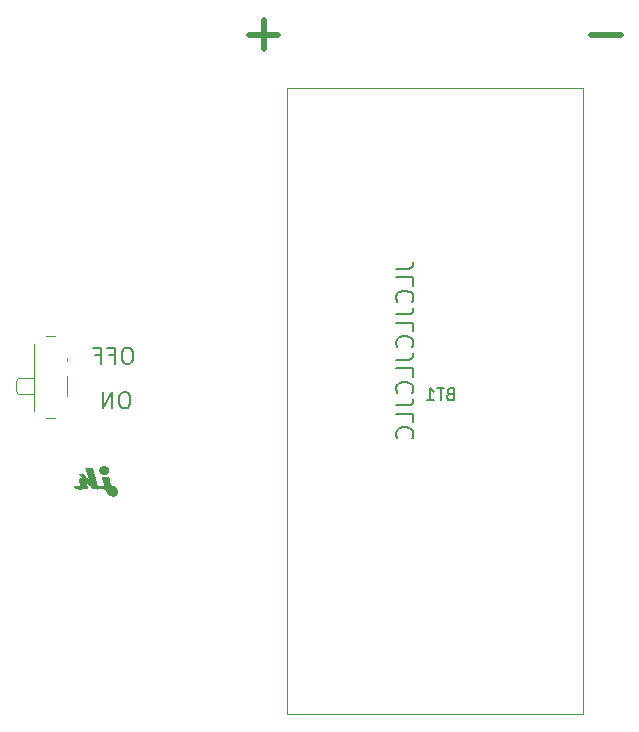
<source format=gbr>
%TF.GenerationSoftware,KiCad,Pcbnew,(5.1.10)-1*%
%TF.CreationDate,2021-10-17T16:42:44+02:00*%
%TF.ProjectId,TVZ_kuglica,54565a5f-6b75-4676-9c69-63612e6b6963,rev?*%
%TF.SameCoordinates,Original*%
%TF.FileFunction,Legend,Bot*%
%TF.FilePolarity,Positive*%
%FSLAX46Y46*%
G04 Gerber Fmt 4.6, Leading zero omitted, Abs format (unit mm)*
G04 Created by KiCad (PCBNEW (5.1.10)-1) date 2021-10-17 16:42:44*
%MOMM*%
%LPD*%
G01*
G04 APERTURE LIST*
%ADD10C,0.200000*%
%ADD11C,0.010000*%
%ADD12C,0.120000*%
%ADD13C,0.500000*%
%ADD14C,0.150000*%
G04 APERTURE END LIST*
D10*
X110616666Y-100983333D02*
X110350000Y-100983333D01*
X110216666Y-101050000D01*
X110083333Y-101183333D01*
X110016666Y-101450000D01*
X110016666Y-101916666D01*
X110083333Y-102183333D01*
X110216666Y-102316666D01*
X110350000Y-102383333D01*
X110616666Y-102383333D01*
X110750000Y-102316666D01*
X110883333Y-102183333D01*
X110950000Y-101916666D01*
X110950000Y-101450000D01*
X110883333Y-101183333D01*
X110750000Y-101050000D01*
X110616666Y-100983333D01*
X109416666Y-102383333D02*
X109416666Y-100983333D01*
X108616666Y-102383333D01*
X108616666Y-100983333D01*
X110833333Y-97233333D02*
X110566666Y-97233333D01*
X110433333Y-97300000D01*
X110300000Y-97433333D01*
X110233333Y-97700000D01*
X110233333Y-98166666D01*
X110300000Y-98433333D01*
X110433333Y-98566666D01*
X110566666Y-98633333D01*
X110833333Y-98633333D01*
X110966666Y-98566666D01*
X111100000Y-98433333D01*
X111166666Y-98166666D01*
X111166666Y-97700000D01*
X111100000Y-97433333D01*
X110966666Y-97300000D01*
X110833333Y-97233333D01*
X109166666Y-97900000D02*
X109633333Y-97900000D01*
X109633333Y-98633333D02*
X109633333Y-97233333D01*
X108966666Y-97233333D01*
X107966666Y-97900000D02*
X108433333Y-97900000D01*
X108433333Y-98633333D02*
X108433333Y-97233333D01*
X107766666Y-97233333D01*
X133428571Y-90571428D02*
X134500000Y-90571428D01*
X134714285Y-90500000D01*
X134857142Y-90357142D01*
X134928571Y-90142857D01*
X134928571Y-90000000D01*
X134928571Y-92000000D02*
X134928571Y-91285714D01*
X133428571Y-91285714D01*
X134785714Y-93357142D02*
X134857142Y-93285714D01*
X134928571Y-93071428D01*
X134928571Y-92928571D01*
X134857142Y-92714285D01*
X134714285Y-92571428D01*
X134571428Y-92500000D01*
X134285714Y-92428571D01*
X134071428Y-92428571D01*
X133785714Y-92500000D01*
X133642857Y-92571428D01*
X133500000Y-92714285D01*
X133428571Y-92928571D01*
X133428571Y-93071428D01*
X133500000Y-93285714D01*
X133571428Y-93357142D01*
X133428571Y-94428571D02*
X134500000Y-94428571D01*
X134714285Y-94357142D01*
X134857142Y-94214285D01*
X134928571Y-94000000D01*
X134928571Y-93857142D01*
X134928571Y-95857142D02*
X134928571Y-95142857D01*
X133428571Y-95142857D01*
X134785714Y-97214285D02*
X134857142Y-97142857D01*
X134928571Y-96928571D01*
X134928571Y-96785714D01*
X134857142Y-96571428D01*
X134714285Y-96428571D01*
X134571428Y-96357142D01*
X134285714Y-96285714D01*
X134071428Y-96285714D01*
X133785714Y-96357142D01*
X133642857Y-96428571D01*
X133500000Y-96571428D01*
X133428571Y-96785714D01*
X133428571Y-96928571D01*
X133500000Y-97142857D01*
X133571428Y-97214285D01*
X133428571Y-98285714D02*
X134500000Y-98285714D01*
X134714285Y-98214285D01*
X134857142Y-98071428D01*
X134928571Y-97857142D01*
X134928571Y-97714285D01*
X134928571Y-99714285D02*
X134928571Y-99000000D01*
X133428571Y-99000000D01*
X134785714Y-101071428D02*
X134857142Y-101000000D01*
X134928571Y-100785714D01*
X134928571Y-100642857D01*
X134857142Y-100428571D01*
X134714285Y-100285714D01*
X134571428Y-100214285D01*
X134285714Y-100142857D01*
X134071428Y-100142857D01*
X133785714Y-100214285D01*
X133642857Y-100285714D01*
X133500000Y-100428571D01*
X133428571Y-100642857D01*
X133428571Y-100785714D01*
X133500000Y-101000000D01*
X133571428Y-101071428D01*
X133428571Y-102142857D02*
X134500000Y-102142857D01*
X134714285Y-102071428D01*
X134857142Y-101928571D01*
X134928571Y-101714285D01*
X134928571Y-101571428D01*
X134928571Y-103571428D02*
X134928571Y-102857142D01*
X133428571Y-102857142D01*
X134785714Y-104928571D02*
X134857142Y-104857142D01*
X134928571Y-104642857D01*
X134928571Y-104500000D01*
X134857142Y-104285714D01*
X134714285Y-104142857D01*
X134571428Y-104071428D01*
X134285714Y-104000000D01*
X134071428Y-104000000D01*
X133785714Y-104071428D01*
X133642857Y-104142857D01*
X133500000Y-104285714D01*
X133428571Y-104500000D01*
X133428571Y-104642857D01*
X133500000Y-104857142D01*
X133571428Y-104928571D01*
D11*
%TO.C,G\u002A\u002A\u002A*%
G36*
X107338892Y-107426177D02*
G01*
X107280420Y-107426556D01*
X107235129Y-107427253D01*
X107201672Y-107428322D01*
X107178703Y-107429818D01*
X107164874Y-107431792D01*
X107158840Y-107434301D01*
X107158436Y-107436184D01*
X107161260Y-107444930D01*
X107168336Y-107467349D01*
X107179201Y-107501955D01*
X107193393Y-107547262D01*
X107210447Y-107601786D01*
X107229902Y-107664039D01*
X107251293Y-107732538D01*
X107274157Y-107805795D01*
X107298032Y-107882326D01*
X107322454Y-107960645D01*
X107346960Y-108039266D01*
X107371086Y-108116704D01*
X107394370Y-108191472D01*
X107416349Y-108262086D01*
X107436558Y-108327060D01*
X107454536Y-108384908D01*
X107469818Y-108434145D01*
X107481941Y-108473284D01*
X107490444Y-108500841D01*
X107493917Y-108512196D01*
X107495972Y-108518736D01*
X107497517Y-108524186D01*
X107497865Y-108527871D01*
X107496331Y-108529119D01*
X107492228Y-108527256D01*
X107484869Y-108521608D01*
X107473570Y-108511502D01*
X107457643Y-108496265D01*
X107436402Y-108475223D01*
X107409161Y-108447703D01*
X107375233Y-108413031D01*
X107333934Y-108370534D01*
X107284575Y-108319538D01*
X107226472Y-108259371D01*
X107158938Y-108189357D01*
X107081286Y-108108826D01*
X107053148Y-108079645D01*
X106914157Y-107935508D01*
X106743642Y-107934785D01*
X106573128Y-107934063D01*
X106656318Y-108019391D01*
X106694827Y-108058881D01*
X106739098Y-108104266D01*
X106783799Y-108150081D01*
X106823600Y-108190862D01*
X106825533Y-108192843D01*
X106911558Y-108280966D01*
X106822547Y-108286599D01*
X106761234Y-108292307D01*
X106713357Y-108301259D01*
X106676665Y-108314255D01*
X106648909Y-108332092D01*
X106627838Y-108355571D01*
X106627696Y-108355775D01*
X106616602Y-108373970D01*
X106608913Y-108392990D01*
X106604860Y-108414560D01*
X106604672Y-108440403D01*
X106608580Y-108472243D01*
X106616813Y-108511805D01*
X106629601Y-108560812D01*
X106647173Y-108620987D01*
X106669759Y-108694057D01*
X106674982Y-108710636D01*
X106692582Y-108766614D01*
X106708508Y-108817738D01*
X106722158Y-108862033D01*
X106732926Y-108897523D01*
X106740210Y-108922233D01*
X106743405Y-108934185D01*
X106743500Y-108934870D01*
X106735792Y-108936664D01*
X106713579Y-108938261D01*
X106678231Y-108939628D01*
X106631118Y-108940731D01*
X106573611Y-108941536D01*
X106507078Y-108942008D01*
X106449813Y-108942125D01*
X106363565Y-108942341D01*
X106291932Y-108942983D01*
X106235155Y-108944046D01*
X106193477Y-108945523D01*
X106167140Y-108947407D01*
X106156387Y-108949691D01*
X106156125Y-108950149D01*
X106159277Y-108961451D01*
X106167340Y-108981585D01*
X106173731Y-108995790D01*
X106205352Y-109045252D01*
X106250312Y-109088762D01*
X106306761Y-109124978D01*
X106372847Y-109152557D01*
X106401252Y-109160790D01*
X106414956Y-109163738D01*
X106431846Y-109166145D01*
X106453418Y-109168048D01*
X106481172Y-109169483D01*
X106516605Y-109170485D01*
X106561215Y-109171091D01*
X106616499Y-109171337D01*
X106683957Y-109171260D01*
X106765085Y-109170896D01*
X106808393Y-109170635D01*
X106893364Y-109170076D01*
X106963946Y-109169527D01*
X107021621Y-109168914D01*
X107067876Y-109168164D01*
X107104195Y-109167202D01*
X107132062Y-109165954D01*
X107152962Y-109164344D01*
X107168381Y-109162300D01*
X107179801Y-109159746D01*
X107188709Y-109156608D01*
X107196589Y-109152812D01*
X107199907Y-109151027D01*
X107225104Y-109132825D01*
X107247448Y-109109599D01*
X107251280Y-109104305D01*
X107262120Y-109085338D01*
X107267959Y-109065808D01*
X107270072Y-109039880D01*
X107270078Y-109018435D01*
X107269150Y-108999164D01*
X107266578Y-108978231D01*
X107261833Y-108953557D01*
X107254391Y-108923064D01*
X107243727Y-108884672D01*
X107229313Y-108836303D01*
X107210624Y-108775877D01*
X107200845Y-108744724D01*
X107183308Y-108688899D01*
X107167434Y-108638113D01*
X107153821Y-108594304D01*
X107143070Y-108559408D01*
X107135778Y-108535362D01*
X107132545Y-108524105D01*
X107132438Y-108523544D01*
X107137903Y-108527520D01*
X107153159Y-108540888D01*
X107176502Y-108562096D01*
X107206227Y-108589589D01*
X107240627Y-108621814D01*
X107249516Y-108630199D01*
X107287568Y-108665913D01*
X107334396Y-108709499D01*
X107386999Y-108758186D01*
X107442374Y-108809201D01*
X107497522Y-108859773D01*
X107545188Y-108903263D01*
X107610521Y-108962670D01*
X107665721Y-109012367D01*
X107712476Y-109053237D01*
X107752477Y-109086166D01*
X107787411Y-109112038D01*
X107818967Y-109131736D01*
X107848836Y-109146147D01*
X107878704Y-109156153D01*
X107910262Y-109162640D01*
X107945198Y-109166492D01*
X107985202Y-109168594D01*
X108031962Y-109169829D01*
X108055172Y-109170327D01*
X108109027Y-109171140D01*
X108153219Y-109171068D01*
X108186147Y-109170152D01*
X108206205Y-109168433D01*
X108211938Y-109166335D01*
X108209515Y-109155368D01*
X108203220Y-109134386D01*
X108196063Y-109112781D01*
X108187663Y-109087273D01*
X108181908Y-109067708D01*
X108180188Y-109059472D01*
X108185635Y-109060300D01*
X108199853Y-109069526D01*
X108217891Y-109083638D01*
X108257730Y-109113474D01*
X108298026Y-109135710D01*
X108345705Y-109154355D01*
X108360431Y-109158287D01*
X108380337Y-109161490D01*
X108407248Y-109164074D01*
X108442986Y-109166147D01*
X108489377Y-109167818D01*
X108548243Y-109169199D01*
X108610526Y-109170240D01*
X108838457Y-109173582D01*
X108874915Y-109285743D01*
X108909114Y-109380680D01*
X108946014Y-109461757D01*
X108987047Y-109530936D01*
X109033642Y-109590179D01*
X109087229Y-109641450D01*
X109149238Y-109686712D01*
X109181244Y-109706206D01*
X109236762Y-109733073D01*
X109299737Y-109754851D01*
X109366720Y-109771042D01*
X109434261Y-109781147D01*
X109498908Y-109784668D01*
X109557213Y-109781106D01*
X109605725Y-109769963D01*
X109610420Y-109768211D01*
X109667550Y-109740076D01*
X109714285Y-109703422D01*
X109753330Y-109655707D01*
X109780650Y-109608257D01*
X109802334Y-109557599D01*
X109815786Y-109506239D01*
X109822196Y-109448633D01*
X109822851Y-109422344D01*
X109533307Y-109422344D01*
X109533075Y-109459315D01*
X109531622Y-109484720D01*
X109528077Y-109502861D01*
X109521566Y-109518043D01*
X109511219Y-109534570D01*
X109510282Y-109535956D01*
X109494868Y-109556116D01*
X109485033Y-109562454D01*
X109481380Y-109559768D01*
X109477427Y-109549525D01*
X109469412Y-109526389D01*
X109458081Y-109492596D01*
X109444178Y-109450382D01*
X109428449Y-109401985D01*
X109417802Y-109368908D01*
X109401780Y-109318243D01*
X109387811Y-109272724D01*
X109376514Y-109234480D01*
X109368509Y-109205640D01*
X109364412Y-109188335D01*
X109364160Y-109184257D01*
X109374942Y-109183591D01*
X109394220Y-109190568D01*
X109417957Y-109203087D01*
X109442116Y-109219048D01*
X109460796Y-109234535D01*
X109483000Y-109259597D01*
X109504350Y-109289783D01*
X109512199Y-109303281D01*
X109522102Y-109323828D01*
X109528327Y-109343076D01*
X109531709Y-109365752D01*
X109533089Y-109396582D01*
X109533307Y-109422344D01*
X109822851Y-109422344D01*
X109823156Y-109410121D01*
X109818662Y-109330831D01*
X109804141Y-109261654D01*
X109778354Y-109199482D01*
X109740065Y-109141208D01*
X109696427Y-109092077D01*
X109661668Y-109058816D01*
X109630514Y-109034095D01*
X109597140Y-109013682D01*
X109569250Y-108999648D01*
X109497429Y-108970834D01*
X109424607Y-108951385D01*
X109355738Y-108942536D01*
X109339015Y-108942125D01*
X109293289Y-108942125D01*
X109241388Y-108781391D01*
X109224109Y-108727869D01*
X109203353Y-108663557D01*
X109180513Y-108592775D01*
X109156982Y-108519841D01*
X109134155Y-108449076D01*
X109119733Y-108404359D01*
X109049980Y-108188062D01*
X108793678Y-108188063D01*
X108731701Y-108188257D01*
X108675123Y-108188809D01*
X108625812Y-108189670D01*
X108585639Y-108190794D01*
X108556475Y-108192131D01*
X108540188Y-108193635D01*
X108537375Y-108194602D01*
X108539682Y-108203261D01*
X108546296Y-108225572D01*
X108556758Y-108260045D01*
X108570609Y-108305189D01*
X108587390Y-108359513D01*
X108606641Y-108421528D01*
X108627905Y-108489742D01*
X108650720Y-108562665D01*
X108652469Y-108568245D01*
X108675363Y-108641334D01*
X108696741Y-108709717D01*
X108716146Y-108771920D01*
X108733120Y-108826467D01*
X108747206Y-108871886D01*
X108757944Y-108906703D01*
X108764877Y-108929442D01*
X108767547Y-108938630D01*
X108767563Y-108938737D01*
X108759908Y-108939482D01*
X108738072Y-108940170D01*
X108703750Y-108940783D01*
X108658635Y-108941303D01*
X108604422Y-108941711D01*
X108542806Y-108941989D01*
X108475480Y-108942118D01*
X108455283Y-108942125D01*
X108143004Y-108942125D01*
X107669228Y-107426063D01*
X107411890Y-107426063D01*
X107338892Y-107426177D01*
G37*
X107338892Y-107426177D02*
X107280420Y-107426556D01*
X107235129Y-107427253D01*
X107201672Y-107428322D01*
X107178703Y-107429818D01*
X107164874Y-107431792D01*
X107158840Y-107434301D01*
X107158436Y-107436184D01*
X107161260Y-107444930D01*
X107168336Y-107467349D01*
X107179201Y-107501955D01*
X107193393Y-107547262D01*
X107210447Y-107601786D01*
X107229902Y-107664039D01*
X107251293Y-107732538D01*
X107274157Y-107805795D01*
X107298032Y-107882326D01*
X107322454Y-107960645D01*
X107346960Y-108039266D01*
X107371086Y-108116704D01*
X107394370Y-108191472D01*
X107416349Y-108262086D01*
X107436558Y-108327060D01*
X107454536Y-108384908D01*
X107469818Y-108434145D01*
X107481941Y-108473284D01*
X107490444Y-108500841D01*
X107493917Y-108512196D01*
X107495972Y-108518736D01*
X107497517Y-108524186D01*
X107497865Y-108527871D01*
X107496331Y-108529119D01*
X107492228Y-108527256D01*
X107484869Y-108521608D01*
X107473570Y-108511502D01*
X107457643Y-108496265D01*
X107436402Y-108475223D01*
X107409161Y-108447703D01*
X107375233Y-108413031D01*
X107333934Y-108370534D01*
X107284575Y-108319538D01*
X107226472Y-108259371D01*
X107158938Y-108189357D01*
X107081286Y-108108826D01*
X107053148Y-108079645D01*
X106914157Y-107935508D01*
X106743642Y-107934785D01*
X106573128Y-107934063D01*
X106656318Y-108019391D01*
X106694827Y-108058881D01*
X106739098Y-108104266D01*
X106783799Y-108150081D01*
X106823600Y-108190862D01*
X106825533Y-108192843D01*
X106911558Y-108280966D01*
X106822547Y-108286599D01*
X106761234Y-108292307D01*
X106713357Y-108301259D01*
X106676665Y-108314255D01*
X106648909Y-108332092D01*
X106627838Y-108355571D01*
X106627696Y-108355775D01*
X106616602Y-108373970D01*
X106608913Y-108392990D01*
X106604860Y-108414560D01*
X106604672Y-108440403D01*
X106608580Y-108472243D01*
X106616813Y-108511805D01*
X106629601Y-108560812D01*
X106647173Y-108620987D01*
X106669759Y-108694057D01*
X106674982Y-108710636D01*
X106692582Y-108766614D01*
X106708508Y-108817738D01*
X106722158Y-108862033D01*
X106732926Y-108897523D01*
X106740210Y-108922233D01*
X106743405Y-108934185D01*
X106743500Y-108934870D01*
X106735792Y-108936664D01*
X106713579Y-108938261D01*
X106678231Y-108939628D01*
X106631118Y-108940731D01*
X106573611Y-108941536D01*
X106507078Y-108942008D01*
X106449813Y-108942125D01*
X106363565Y-108942341D01*
X106291932Y-108942983D01*
X106235155Y-108944046D01*
X106193477Y-108945523D01*
X106167140Y-108947407D01*
X106156387Y-108949691D01*
X106156125Y-108950149D01*
X106159277Y-108961451D01*
X106167340Y-108981585D01*
X106173731Y-108995790D01*
X106205352Y-109045252D01*
X106250312Y-109088762D01*
X106306761Y-109124978D01*
X106372847Y-109152557D01*
X106401252Y-109160790D01*
X106414956Y-109163738D01*
X106431846Y-109166145D01*
X106453418Y-109168048D01*
X106481172Y-109169483D01*
X106516605Y-109170485D01*
X106561215Y-109171091D01*
X106616499Y-109171337D01*
X106683957Y-109171260D01*
X106765085Y-109170896D01*
X106808393Y-109170635D01*
X106893364Y-109170076D01*
X106963946Y-109169527D01*
X107021621Y-109168914D01*
X107067876Y-109168164D01*
X107104195Y-109167202D01*
X107132062Y-109165954D01*
X107152962Y-109164344D01*
X107168381Y-109162300D01*
X107179801Y-109159746D01*
X107188709Y-109156608D01*
X107196589Y-109152812D01*
X107199907Y-109151027D01*
X107225104Y-109132825D01*
X107247448Y-109109599D01*
X107251280Y-109104305D01*
X107262120Y-109085338D01*
X107267959Y-109065808D01*
X107270072Y-109039880D01*
X107270078Y-109018435D01*
X107269150Y-108999164D01*
X107266578Y-108978231D01*
X107261833Y-108953557D01*
X107254391Y-108923064D01*
X107243727Y-108884672D01*
X107229313Y-108836303D01*
X107210624Y-108775877D01*
X107200845Y-108744724D01*
X107183308Y-108688899D01*
X107167434Y-108638113D01*
X107153821Y-108594304D01*
X107143070Y-108559408D01*
X107135778Y-108535362D01*
X107132545Y-108524105D01*
X107132438Y-108523544D01*
X107137903Y-108527520D01*
X107153159Y-108540888D01*
X107176502Y-108562096D01*
X107206227Y-108589589D01*
X107240627Y-108621814D01*
X107249516Y-108630199D01*
X107287568Y-108665913D01*
X107334396Y-108709499D01*
X107386999Y-108758186D01*
X107442374Y-108809201D01*
X107497522Y-108859773D01*
X107545188Y-108903263D01*
X107610521Y-108962670D01*
X107665721Y-109012367D01*
X107712476Y-109053237D01*
X107752477Y-109086166D01*
X107787411Y-109112038D01*
X107818967Y-109131736D01*
X107848836Y-109146147D01*
X107878704Y-109156153D01*
X107910262Y-109162640D01*
X107945198Y-109166492D01*
X107985202Y-109168594D01*
X108031962Y-109169829D01*
X108055172Y-109170327D01*
X108109027Y-109171140D01*
X108153219Y-109171068D01*
X108186147Y-109170152D01*
X108206205Y-109168433D01*
X108211938Y-109166335D01*
X108209515Y-109155368D01*
X108203220Y-109134386D01*
X108196063Y-109112781D01*
X108187663Y-109087273D01*
X108181908Y-109067708D01*
X108180188Y-109059472D01*
X108185635Y-109060300D01*
X108199853Y-109069526D01*
X108217891Y-109083638D01*
X108257730Y-109113474D01*
X108298026Y-109135710D01*
X108345705Y-109154355D01*
X108360431Y-109158287D01*
X108380337Y-109161490D01*
X108407248Y-109164074D01*
X108442986Y-109166147D01*
X108489377Y-109167818D01*
X108548243Y-109169199D01*
X108610526Y-109170240D01*
X108838457Y-109173582D01*
X108874915Y-109285743D01*
X108909114Y-109380680D01*
X108946014Y-109461757D01*
X108987047Y-109530936D01*
X109033642Y-109590179D01*
X109087229Y-109641450D01*
X109149238Y-109686712D01*
X109181244Y-109706206D01*
X109236762Y-109733073D01*
X109299737Y-109754851D01*
X109366720Y-109771042D01*
X109434261Y-109781147D01*
X109498908Y-109784668D01*
X109557213Y-109781106D01*
X109605725Y-109769963D01*
X109610420Y-109768211D01*
X109667550Y-109740076D01*
X109714285Y-109703422D01*
X109753330Y-109655707D01*
X109780650Y-109608257D01*
X109802334Y-109557599D01*
X109815786Y-109506239D01*
X109822196Y-109448633D01*
X109822851Y-109422344D01*
X109533307Y-109422344D01*
X109533075Y-109459315D01*
X109531622Y-109484720D01*
X109528077Y-109502861D01*
X109521566Y-109518043D01*
X109511219Y-109534570D01*
X109510282Y-109535956D01*
X109494868Y-109556116D01*
X109485033Y-109562454D01*
X109481380Y-109559768D01*
X109477427Y-109549525D01*
X109469412Y-109526389D01*
X109458081Y-109492596D01*
X109444178Y-109450382D01*
X109428449Y-109401985D01*
X109417802Y-109368908D01*
X109401780Y-109318243D01*
X109387811Y-109272724D01*
X109376514Y-109234480D01*
X109368509Y-109205640D01*
X109364412Y-109188335D01*
X109364160Y-109184257D01*
X109374942Y-109183591D01*
X109394220Y-109190568D01*
X109417957Y-109203087D01*
X109442116Y-109219048D01*
X109460796Y-109234535D01*
X109483000Y-109259597D01*
X109504350Y-109289783D01*
X109512199Y-109303281D01*
X109522102Y-109323828D01*
X109528327Y-109343076D01*
X109531709Y-109365752D01*
X109533089Y-109396582D01*
X109533307Y-109422344D01*
X109822851Y-109422344D01*
X109823156Y-109410121D01*
X109818662Y-109330831D01*
X109804141Y-109261654D01*
X109778354Y-109199482D01*
X109740065Y-109141208D01*
X109696427Y-109092077D01*
X109661668Y-109058816D01*
X109630514Y-109034095D01*
X109597140Y-109013682D01*
X109569250Y-108999648D01*
X109497429Y-108970834D01*
X109424607Y-108951385D01*
X109355738Y-108942536D01*
X109339015Y-108942125D01*
X109293289Y-108942125D01*
X109241388Y-108781391D01*
X109224109Y-108727869D01*
X109203353Y-108663557D01*
X109180513Y-108592775D01*
X109156982Y-108519841D01*
X109134155Y-108449076D01*
X109119733Y-108404359D01*
X109049980Y-108188062D01*
X108793678Y-108188063D01*
X108731701Y-108188257D01*
X108675123Y-108188809D01*
X108625812Y-108189670D01*
X108585639Y-108190794D01*
X108556475Y-108192131D01*
X108540188Y-108193635D01*
X108537375Y-108194602D01*
X108539682Y-108203261D01*
X108546296Y-108225572D01*
X108556758Y-108260045D01*
X108570609Y-108305189D01*
X108587390Y-108359513D01*
X108606641Y-108421528D01*
X108627905Y-108489742D01*
X108650720Y-108562665D01*
X108652469Y-108568245D01*
X108675363Y-108641334D01*
X108696741Y-108709717D01*
X108716146Y-108771920D01*
X108733120Y-108826467D01*
X108747206Y-108871886D01*
X108757944Y-108906703D01*
X108764877Y-108929442D01*
X108767547Y-108938630D01*
X108767563Y-108938737D01*
X108759908Y-108939482D01*
X108738072Y-108940170D01*
X108703750Y-108940783D01*
X108658635Y-108941303D01*
X108604422Y-108941711D01*
X108542806Y-108941989D01*
X108475480Y-108942118D01*
X108455283Y-108942125D01*
X108143004Y-108942125D01*
X107669228Y-107426063D01*
X107411890Y-107426063D01*
X107338892Y-107426177D01*
G36*
X108665721Y-107260609D02*
G01*
X108618635Y-107264585D01*
X108587925Y-107270409D01*
X108530352Y-107291801D01*
X108473314Y-107323897D01*
X108420993Y-107363665D01*
X108377574Y-107408074D01*
X108355667Y-107438715D01*
X108330701Y-107494254D01*
X108317328Y-107556605D01*
X108315508Y-107621778D01*
X108325199Y-107685780D01*
X108346362Y-107744623D01*
X108358997Y-107767375D01*
X108401320Y-107821145D01*
X108455016Y-107868082D01*
X108516043Y-107905135D01*
X108569547Y-107926251D01*
X108605024Y-107933912D01*
X108648598Y-107939053D01*
X108695397Y-107941538D01*
X108740546Y-107941229D01*
X108779170Y-107937990D01*
X108803282Y-107932813D01*
X108875287Y-107904220D01*
X108934297Y-107870284D01*
X108982719Y-107829496D01*
X109001395Y-107808867D01*
X109037395Y-107759714D01*
X109060832Y-107711650D01*
X109073282Y-107659973D01*
X109076315Y-107599983D01*
X109075916Y-107586186D01*
X109073473Y-107547909D01*
X109068709Y-107518889D01*
X109060083Y-107492524D01*
X109047709Y-107465550D01*
X109009841Y-107406178D01*
X108959677Y-107353888D01*
X108900049Y-107310951D01*
X108833790Y-107279638D01*
X108804326Y-107270409D01*
X108765002Y-107263521D01*
X108716655Y-107260254D01*
X108665721Y-107260609D01*
G37*
X108665721Y-107260609D02*
X108618635Y-107264585D01*
X108587925Y-107270409D01*
X108530352Y-107291801D01*
X108473314Y-107323897D01*
X108420993Y-107363665D01*
X108377574Y-107408074D01*
X108355667Y-107438715D01*
X108330701Y-107494254D01*
X108317328Y-107556605D01*
X108315508Y-107621778D01*
X108325199Y-107685780D01*
X108346362Y-107744623D01*
X108358997Y-107767375D01*
X108401320Y-107821145D01*
X108455016Y-107868082D01*
X108516043Y-107905135D01*
X108569547Y-107926251D01*
X108605024Y-107933912D01*
X108648598Y-107939053D01*
X108695397Y-107941538D01*
X108740546Y-107941229D01*
X108779170Y-107937990D01*
X108803282Y-107932813D01*
X108875287Y-107904220D01*
X108934297Y-107870284D01*
X108982719Y-107829496D01*
X109001395Y-107808867D01*
X109037395Y-107759714D01*
X109060832Y-107711650D01*
X109073282Y-107659973D01*
X109076315Y-107599983D01*
X109075916Y-107586186D01*
X109073473Y-107547909D01*
X109068709Y-107518889D01*
X109060083Y-107492524D01*
X109047709Y-107465550D01*
X109009841Y-107406178D01*
X108959677Y-107353888D01*
X108900049Y-107310951D01*
X108833790Y-107279638D01*
X108804326Y-107270409D01*
X108765002Y-107263521D01*
X108716655Y-107260254D01*
X108665721Y-107260609D01*
D12*
%TO.C,SW1*%
X103780000Y-96300000D02*
X104570000Y-96300000D01*
X104570000Y-103200000D02*
X103780000Y-103200000D01*
X105620000Y-101350000D02*
X105620000Y-99650000D01*
X102770000Y-102600000D02*
X102770000Y-96900000D01*
X101480000Y-99850000D02*
X102770000Y-99850000D01*
X101270000Y-100950000D02*
X101270000Y-100050000D01*
X102770000Y-101150000D02*
X101480000Y-101150000D01*
X101480000Y-99850000D02*
X101270000Y-100050000D01*
X101480000Y-101150000D02*
X101270000Y-100950000D01*
X105620000Y-98350000D02*
X105620000Y-98150000D01*
%TO.C,BT1*%
X124250000Y-128250000D02*
X149250000Y-128250000D01*
X149250000Y-128250000D02*
X149250000Y-75250000D01*
X149250000Y-75250000D02*
X124250000Y-75250000D01*
X124250000Y-128250000D02*
X124250000Y-75250000D01*
D13*
X122250000Y-72000000D02*
X122250000Y-69500000D01*
X121000000Y-70750000D02*
X123500000Y-70750000D01*
X152500000Y-70750000D02*
X150000000Y-70750000D01*
D14*
X138035714Y-101178571D02*
X137892857Y-101226190D01*
X137845238Y-101273809D01*
X137797619Y-101369047D01*
X137797619Y-101511904D01*
X137845238Y-101607142D01*
X137892857Y-101654761D01*
X137988095Y-101702380D01*
X138369047Y-101702380D01*
X138369047Y-100702380D01*
X138035714Y-100702380D01*
X137940476Y-100750000D01*
X137892857Y-100797619D01*
X137845238Y-100892857D01*
X137845238Y-100988095D01*
X137892857Y-101083333D01*
X137940476Y-101130952D01*
X138035714Y-101178571D01*
X138369047Y-101178571D01*
X137511904Y-100702380D02*
X136940476Y-100702380D01*
X137226190Y-101702380D02*
X137226190Y-100702380D01*
X136083333Y-101702380D02*
X136654761Y-101702380D01*
X136369047Y-101702380D02*
X136369047Y-100702380D01*
X136464285Y-100845238D01*
X136559523Y-100940476D01*
X136654761Y-100988095D01*
%TD*%
M02*

</source>
